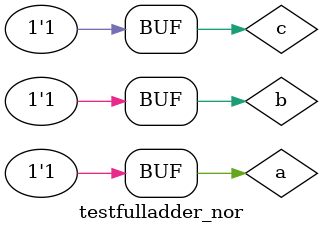
<source format=v>


module fulladder_nor (c0,c1,r,s,t);
output c0,c1;
input r,s,t;
wire carry1,carry2,cout;

halfadder_nor HA1 (cout,carry1,r,s);
halfadder_nor HA2 (c1,carry2,cout,t);
or_nor OR1 (c0,carry1,carry2);

endmodule // full_adder




// -------------------------------
// -- half adder with NOR gate
// -------------------------------

module halfadder_nor (s0, s1, a, b);
 output s0,s1;
 input  a, b;
 
  xor_nor XOR1 (s0,a,b);
  and_nor AND1 (s1,a,b);

endmodule // halfadder_nor

// ---------------------
// -- xor with NOR gate
// ---------------------

module xor_nor (s, a, b);
 output s;
 input  a, b;
 wire temp1,temp2,temp3,temp4,temp5,temp6;
 
  nor NOR1 (temp1,b,b);
  nor NOR2 (temp2,a,a);
  nor NOR3 (temp3,a,temp1);
  nor NOR4 (temp4,b,temp2);
  nor NOR5 (temp5, temp3, temp4); 
  nor NOR6 (s, temp5, temp5); 
  
endmodule // xor_nor


// ---------------------
// -- and with NOR gate
// ---------------------

module and_nor (s, a, b);
 output s;
 input  a, b;
 wire temp1,temp2;
 
  nor NOR1 (temp1,a,a);
  nor NOR2 (temp2,b,b);
  nor NOR3 (s, temp1,temp2);

endmodule // and_nor

// ---------------------
// -- or with NOR gate
// ---------------------

module or_nor (s, a, b);
 output s;
 input  a, b;
 wire temp1;
 
  nor NOR1 (temp1,a,b);
  nor NOR2 (s,temp1,temp1);
  
endmodule // or_nor


// -----------------------------
// -- test fulladder_with_nor
// -----------------------------

module testfulladder_nor;
 reg   a,b,c;
 wire  s0,s1,s2;
          
// instancia
 fulladder_nor HA1 (s0,s1,a,b,c);
 
 initial begin:start
      a=0; b=0;c=0;
 end
 
 
 // parte principal
 initial begin:main
      $display("Guia 04_02 - Alyson Deives - 416589");
      $display("FULL ADDER com portas NOR\n");
		$display("\nA + B = S\n");
      $monitor("%b + %b + %b = %b%b", a, b, c, s0,s1);
  #1  a=0; b=0;c=0;
  #1  a=0; b=0;c=1;
  #1  a=0; b=1;c=0;
  #1  a=0; b=1;c=1;
  #1  a=1; b=0;c=0;
  #1  a=1; b=0;c=1;
  #1  a=1; b=1;c=0;
  #1  a=1; b=1;c=1; 
  end

endmodule // testhalfadder_nor


// -----------------------------
// -- TESTE
// -----------------------------

//-- 	Guia 04_02 - Alyson Deives - 416589
//-- 	FULL ADDER com portas NOR
//-- 
//-- 
//-- 	A + B + C = S
//-- 
//-- 	0 + 0 + 0 = 00
//-- 	0 + 0 + 1 = 01
//-- 	0 + 1 + 0 = 01
//-- 	0 + 1 + 1 = 10
//-- 	1 + 0 + 0 = 01
//-- 	1 + 0 + 1 = 10
//-- 	1 + 1 + 0 = 10
//-- 	1 + 1 + 1 = 11

</source>
